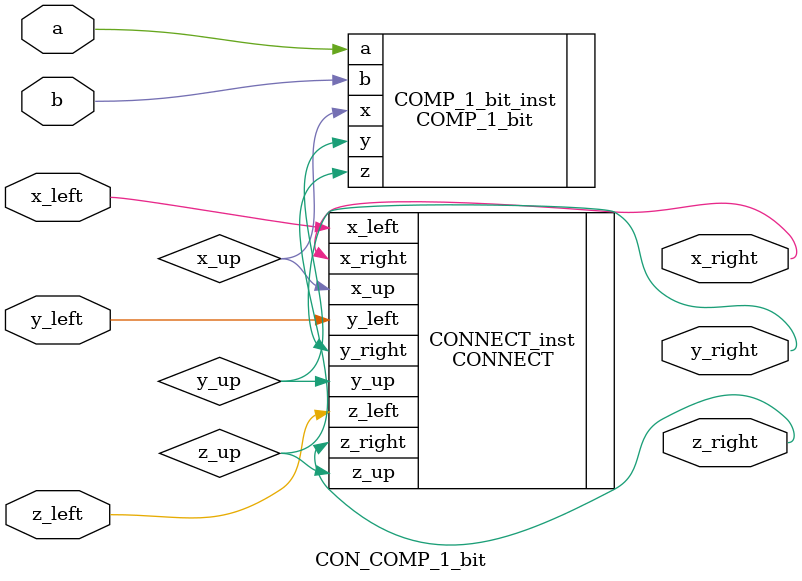
<source format=v>
module CON_COMP_1_bit
(
input 	
		a,
		b,
		x_left,
		y_left,
		z_left,

output 	
		x_right,
		y_right,
		z_right
);

wire 	x_up,
		y_up,
		z_up;
		
COMP_1_bit COMP_1_bit_inst
						(
						.a		(a),
						.b		(b),
						.x		(x_up),
						.y		(y_up),
						.z		(z_up)
						);

CONNECT CONNECT_inst
						(
						.x_up		(x_up),
						.y_up		(y_up),
						.z_up		(z_up),
						.x_left		(x_left),
						.y_left		(y_left),
						.z_left		(z_left),
						.x_right	(x_right),
						.y_right	(y_right),
						.z_right	(z_right)
						);

endmodule
</source>
